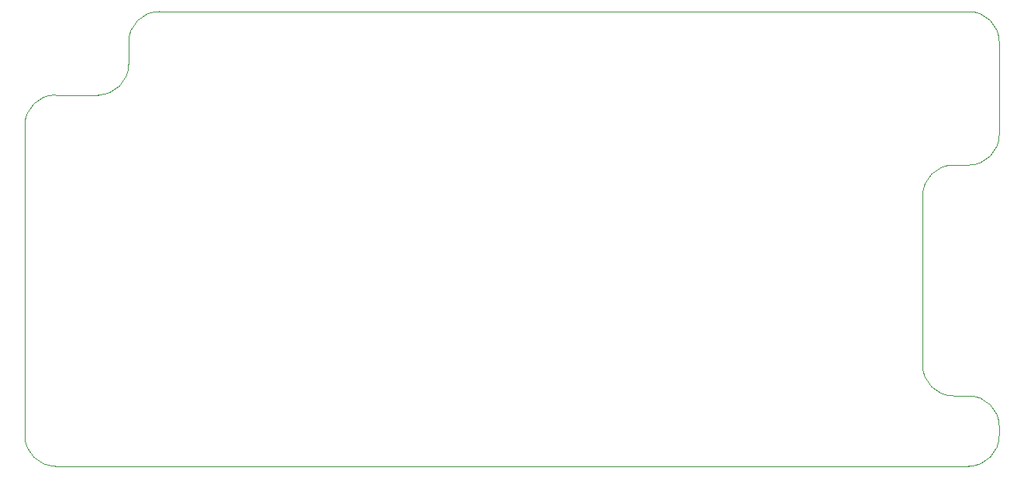
<source format=gm1>
G04 #@! TF.GenerationSoftware,KiCad,Pcbnew,8.0.0-rc1*
G04 #@! TF.CreationDate,2025-03-27T12:12:56+03:00*
G04 #@! TF.ProjectId,GSM_CT_V1.0,47534d5f-4354-45f5-9631-2e302e6b6963,rev?*
G04 #@! TF.SameCoordinates,Original*
G04 #@! TF.FileFunction,Profile,NP*
%FSLAX46Y46*%
G04 Gerber Fmt 4.6, Leading zero omitted, Abs format (unit mm)*
G04 Created by KiCad (PCBNEW 8.0.0-rc1) date 2025-03-27 12:12:56*
%MOMM*%
%LPD*%
G01*
G04 APERTURE LIST*
G04 #@! TA.AperFunction,Profile*
%ADD10C,0.100000*%
G04 #@! TD*
G04 APERTURE END LIST*
D10*
X71430000Y-75189703D02*
X71430000Y-77639985D01*
X166519998Y-118209985D02*
G75*
G02*
X163180000Y-121539998I-3334898J4885D01*
G01*
X166520000Y-75199687D02*
X166520000Y-85305101D01*
X166520000Y-85305101D02*
G75*
G02*
X163185097Y-88640000I-3334900J1D01*
G01*
X68090001Y-80970000D02*
X63429999Y-80970000D01*
X163189985Y-71859689D02*
G75*
G02*
X166520011Y-75199687I-4885J-3334911D01*
G01*
X163189985Y-71859688D02*
X74769999Y-71859688D01*
X60090001Y-84300000D02*
G75*
G02*
X63429999Y-80970001I3334899J-4900D01*
G01*
X71430001Y-75189703D02*
G75*
G02*
X74769999Y-71859701I3334899J-4897D01*
G01*
X63420015Y-121540000D02*
X163180000Y-121540000D01*
X158155095Y-91974909D02*
G75*
G02*
X161490000Y-88639995I3334905J9D01*
G01*
X63420015Y-121539999D02*
G75*
G02*
X60090001Y-118200001I4885J3334899D01*
G01*
X166520000Y-117194937D02*
X166520000Y-118209985D01*
X161485110Y-113859999D02*
X163185063Y-113859999D01*
X161485110Y-113859998D02*
G75*
G02*
X158155002Y-110520000I4890J3334998D01*
G01*
X158155095Y-110520000D02*
X158155095Y-91974909D01*
X71429999Y-77639985D02*
G75*
G02*
X68090001Y-80969999I-3334899J4885D01*
G01*
X60090000Y-84300000D02*
X60090000Y-118200001D01*
X163185063Y-113860000D02*
G75*
G02*
X166520000Y-117194937I37J-3334900D01*
G01*
X163185097Y-88640004D02*
X161490000Y-88640004D01*
M02*

</source>
